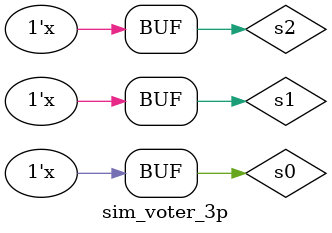
<source format=v>
`timescale 1ns / 1ps


module sim_voter_3p();
    reg s2,s1,s0;
    wire out;
    voter_3p v(.s2(s2),.s1(s1),.s0(s0),.out(out));
    initial
        begin
         s2=0;s1=0;s0=0;    
         end
     always #10 {s2,s1,s0}={s2,s1,s0}+1;
endmodule

</source>
